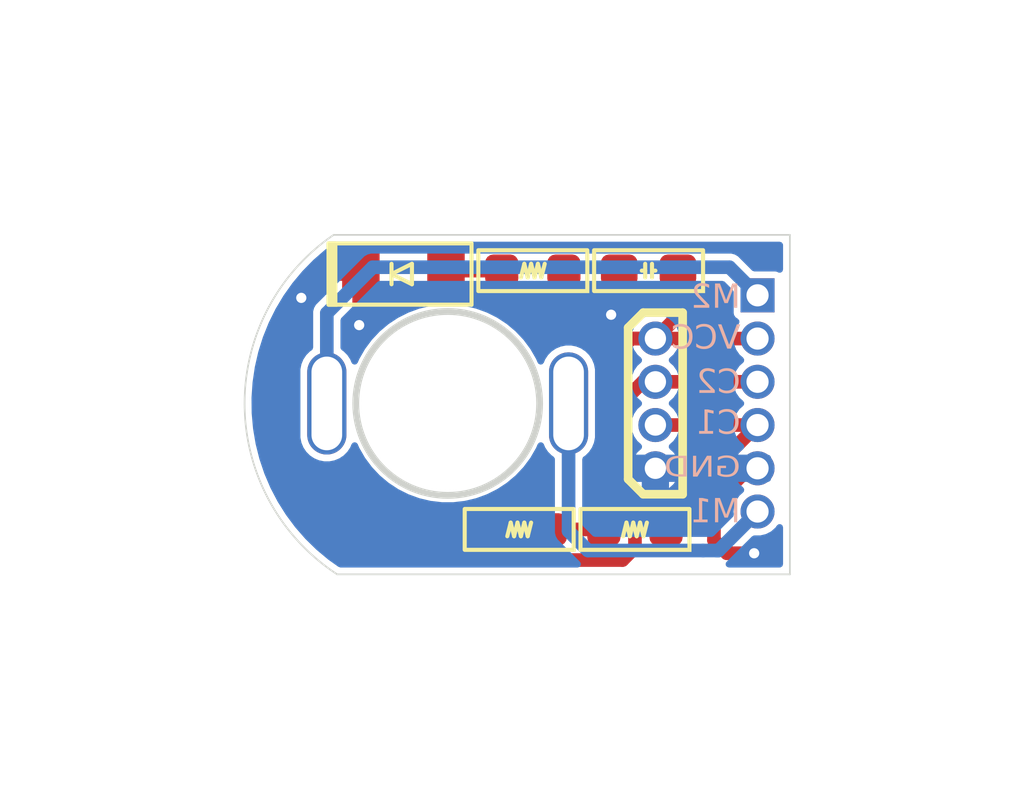
<source format=kicad_pcb>
(kicad_pcb (version 20240108) (generator "pcbnew") (generator_version "8.0")
  (layers (0 "F.Cu" signal) (31 "B.Cu" signal) (34 "B.Paste" user) (35 "F.Paste" user) (36 "B.SilkS" user "B.Silkscreen") (37 "F.SilkS" user "F.Silkscreen") (38 "B.Mask" user) (39 "F.Mask" user) (44 "Edge.Cuts" user))
  (net 0 "")
  (net 1 "VCC")
  (net 2 "GND")
  (net 3 "Net-(D101-A)")
  (net 4 "/C2")
  (net 5 "/C1")
  (net 6 "/M2")
  (net 7 "/M1")
  (footprint "Connector_PinHeader_1.27mm:PinHeader_1x06_P1.27mm_Vertical" (layer "F.Cu") (at 136.6 67.825)
    (property "Reference" "J101" (hide yes))
    (property "Value" "CONN")
    (pad "1" thru_hole rect (at 0 0) (size 1 1) (drill 0.65) (layers "*.Cu" "*.Mask") (net 6 "/M2"))
    (pad "2" thru_hole oval (at 0 1.27) (size 1 1) (drill 0.65) (layers "*.Cu" "*.Mask") (net 1 "VCC"))
    (pad "3" thru_hole oval (at 0 2.54) (size 1 1) (drill 0.65) (layers "*.Cu" "*.Mask") (net 4 "/C2"))
    (pad "4" thru_hole oval (at 0 3.81) (size 1 1) (drill 0.65) (layers "*.Cu" "*.Mask") (net 5 "/C1"))
    (pad "5" thru_hole oval (at 0 5.08) (size 1 1) (drill 0.65) (layers "*.Cu" "*.Mask") (net 2 "GND"))
    (pad "6" thru_hole oval (at 0 6.35) (size 1 1) (drill 0.65) (layers "*.Cu" "*.Mask") (net 7 "/M1"))
  )
  (footprint "Droid:R_0603_HandSolder" (layer "F.Cu") (at 130 67.1 180)
    (property "Reference" "R103" (hide yes))
    (property "Value" "120R" (hide yes))
    (fp_line (start 0.25 0.2) (end 0.35 -0.2) (stroke (width 0.12)) (layer "F.SilkS"))
    (fp_line (start 0.15 -0.199999) (end 0.25 0.2) (stroke (width 0.12)) (layer "F.SilkS"))
    (fp_line (start 0.05 0.2) (end 0.15 -0.199999) (stroke (width 0.12)) (layer "F.SilkS"))
    (fp_line (start -0.05 -0.2) (end 0.05 0.2) (stroke (width 0.12)) (layer "F.SilkS"))
    (fp_line (start -0.15 0.199999) (end -0.05 -0.2) (stroke (width 0.12)) (layer "F.SilkS"))
    (fp_line (start -0.25 -0.2) (end -0.15 0.199999) (stroke (width 0.12)) (layer "F.SilkS"))
    (fp_line (start -0.35 0.2) (end -0.25 -0.2) (stroke (width 0.12)) (layer "F.SilkS"))
    (fp_poly (pts (xy -1.6 -0.6) (xy 1.6 -0.6) (xy 1.6 0.6) (xy -1.6 0.6)) (stroke (width 0.12)) (fill none) (layer "F.SilkS"))
    (pad "1" smd roundrect (at -0.9125 0 180) (size 0.975 0.95) (layers "F.Cu" "F.Paste" "F.Mask") (net 1 "VCC"))
    (pad "2" smd roundrect (at 0.9125 0 180) (size 0.975 0.95) (layers "F.Cu" "F.Paste" "F.Mask") (net 3 "Net-(D101-A)"))
  )
  (footprint "Droid:C_0603_HandSolder" (layer "F.Cu") (at 133.4 67.1 180)
    (property "Reference" "C101" (hide yes))
    (property "Value" "0.1u" (hide yes))
    (fp_line (start 0.1 0) (end 0.199999 0) (stroke (width 0.12)) (layer "F.SilkS"))
    (fp_line (start 0.1 -0.2) (end 0.1 0.2) (stroke (width 0.12)) (layer "F.SilkS"))
    (fp_line (start -0.1 0.2) (end -0.1 -0.2) (stroke (width 0.12)) (layer "F.SilkS"))
    (fp_line (start -0.1 0) (end -0.199999 0) (stroke (width 0.12)) (layer "F.SilkS"))
    (fp_poly (pts (xy -1.6 -0.6) (xy 1.6 -0.6) (xy 1.6 0.6) (xy -1.6 0.6)) (stroke (width 0.12)) (fill none) (layer "F.SilkS"))
    (pad "1" smd roundrect (at -0.862501 0 180) (size 1.075 0.95) (layers "F.Cu" "F.Paste" "F.Mask") (net 1 "VCC"))
    (pad "2" smd roundrect (at 0.862501 0 180) (size 1.075 0.95) (layers "F.Cu" "F.Paste" "F.Mask") (net 2 "GND"))
  )
  (footprint "Droid:SIP-4_L5.3-W1.6-P1.27-L" (layer "F.Cu") (at 133.6 71 -90)
    (property "Reference" "U101" (hide yes))
    (property "Value" "~")
    (fp_line (start -2.2245 0.799999) (end 2.2245 0.799999) (stroke (width 0.254)) (layer "F.SilkS"))
    (fp_line (start -2.667 0.3575) (end -2.2245 0.799999) (stroke (width 0.254)) (layer "F.SilkS"))
    (fp_line (start 2.667 0.3575) (end 2.2245 0.799999) (stroke (width 0.254)) (layer "F.SilkS"))
    (fp_line (start -2.667 -0.8) (end -2.667 0.3575) (stroke (width 0.254)) (layer "F.SilkS"))
    (fp_line (start -2.667 -0.8) (end 2.667 -0.8) (stroke (width 0.254)) (layer "F.SilkS"))
    (fp_line (start 2.667 -0.8) (end 2.667 0.3575) (stroke (width 0.254)) (layer "F.SilkS"))
    (pad "1" thru_hole circle (at -1.904999 0 270) (size 1 1) (drill 0.625) (layers "*.Cu" "*.Mask") (net 1 "VCC"))
    (pad "2" thru_hole circle (at -0.635 0 270) (size 1 1) (drill 0.625) (layers "*.Cu" "*.Mask") (net 4 "/C2"))
    (pad "3" thru_hole circle (at 0.635 0 270) (size 1 1) (drill 0.625) (layers "*.Cu" "*.Mask") (net 5 "/C1"))
    (pad "4" thru_hole circle (at 1.904999 0 270) (size 1 1) (drill 0.625) (layers "*.Cu" "*.Mask") (net 2 "GND"))
  )
  (footprint "Droid:R_0603_HandSolder" (layer "F.Cu") (at 129.6 74.7 180)
    (property "Reference" "R101" (hide yes))
    (property "Value" "1k" (hide yes))
    (fp_line (start 0.25 0.2) (end 0.35 -0.2) (stroke (width 0.12)) (layer "F.SilkS"))
    (fp_line (start 0.15 -0.199999) (end 0.25 0.2) (stroke (width 0.12)) (layer "F.SilkS"))
    (fp_line (start 0.05 0.2) (end 0.15 -0.199999) (stroke (width 0.12)) (layer "F.SilkS"))
    (fp_line (start -0.05 -0.2) (end 0.05 0.2) (stroke (width 0.12)) (layer "F.SilkS"))
    (fp_line (start -0.15 0.199999) (end -0.05 -0.2) (stroke (width 0.12)) (layer "F.SilkS"))
    (fp_line (start -0.25 -0.2) (end -0.15 0.199999) (stroke (width 0.12)) (layer "F.SilkS"))
    (fp_line (start -0.35 0.2) (end -0.25 -0.2) (stroke (width 0.12)) (layer "F.SilkS"))
    (fp_poly (pts (xy -1.6 -0.6) (xy 1.6 -0.6) (xy 1.6 0.6) (xy -1.6 0.6)) (stroke (width 0.12)) (fill none) (layer "F.SilkS"))
    (pad "1" smd roundrect (at -0.9125 0 180) (size 0.975 0.95) (layers "F.Cu" "F.Paste" "F.Mask") (net 1 "VCC"))
    (pad "2" smd roundrect (at 0.9125 0 180) (size 0.975 0.95) (layers "F.Cu" "F.Paste" "F.Mask") (net 4 "/C2"))
  )
  (footprint "kikit:Tab" (layer "F.Cu") (at 129.5 76.5 90)
    (property "Reference" "REF**" (hide yes))
    (property "Value" "Tab")
  )
  (footprint "Droid:R_0603_HandSolder" (layer "F.Cu") (at 133 74.7)
    (property "Reference" "R102" (hide yes))
    (property "Value" "1k" (hide yes))
    (fp_line (start -0.35 0.2) (end -0.25 -0.2) (stroke (width 0.12)) (layer "F.SilkS"))
    (fp_line (start -0.25 -0.2) (end -0.15 0.199999) (stroke (width 0.12)) (layer "F.SilkS"))
    (fp_line (start -0.15 0.199999) (end -0.05 -0.2) (stroke (width 0.12)) (layer "F.SilkS"))
    (fp_line (start -0.05 -0.2) (end 0.05 0.2) (stroke (width 0.12)) (layer "F.SilkS"))
    (fp_line (start 0.05 0.2) (end 0.15 -0.199999) (stroke (width 0.12)) (layer "F.SilkS"))
    (fp_line (start 0.15 -0.199999) (end 0.25 0.2) (stroke (width 0.12)) (layer "F.SilkS"))
    (fp_line (start 0.25 0.2) (end 0.35 -0.2) (stroke (width 0.12)) (layer "F.SilkS"))
    (fp_poly (pts (xy -1.6 -0.6) (xy 1.6 -0.6) (xy 1.6 0.6) (xy -1.6 0.6)) (stroke (width 0.12)) (fill none) (layer "F.SilkS"))
    (pad "1" smd roundrect (at -0.9125 0) (size 0.975 0.95) (layers "F.Cu" "F.Paste" "F.Mask") (net 1 "VCC"))
    (pad "2" smd roundrect (at 0.9125 0) (size 0.975 0.95) (layers "F.Cu" "F.Paste" "F.Mask") (net 5 "/C1"))
  )
  (footprint "Droid:M_N20" (layer "F.Cu") (at 127.5 71)
    (property "Reference" "M101" (hide yes))
    (property "Value" "Motor_DC")
    (fp_circle (center 0 0) (end 2.7 0) (stroke (width 0.2)) (fill none) (layer "Edge.Cuts"))
    (pad "1" thru_hole oval (at -3.55 0) (size 1.15 3) (drill oval 0.9 2.75) (layers "*.Cu" "*.Mask") (net 6 "/M2"))
    (pad "2" thru_hole oval (at 3.55 0) (size 1.15 3) (drill oval 0.9 2.75) (layers "*.Cu" "*.Mask") (net 7 "/M1"))
  )
  (footprint "kikit:Tab" (layer "F.Cu") (at 138.1 71.2 180)
    (property "Reference" "REF**" (hide yes))
    (property "Value" "Tab")
  )
  (footprint "Droid:LED_0805_LiteOn" (layer "F.Cu") (at 126.2 67.2)
    (property "Reference" "D101" (hide yes))
    (property "Value" "RED")
    (fp_line (start -2.2 -0.9) (end 2 -0.900001) (stroke (width 0.12)) (layer "F.SilkS"))
    (fp_line (start -0.349999 0) (end 0.25 -0.3) (stroke (width 0.12)) (layer "F.SilkS"))
    (fp_line (start -0.349999 0.3) (end -0.349999 -0.3) (stroke (width 0.12)) (layer "F.SilkS"))
    (fp_line (start 0.25 -0.3) (end 0.25 0.3) (stroke (width 0.12)) (layer "F.SilkS"))
    (fp_line (start 0.25 0.3) (end -0.349999 0) (stroke (width 0.12)) (layer "F.SilkS"))
    (fp_line (start 2 -0.900001) (end 2 0.900001) (stroke (width 0.12)) (layer "F.SilkS"))
    (fp_line (start 2 0.900001) (end -2.2 0.9) (stroke (width 0.12)) (layer "F.SilkS"))
    (fp_poly (pts (xy -2.2 -0.9) (xy -2 -0.900001) (xy -2 0.900001) (xy -2.2 0.9)) (stroke (width 0.12)) (fill solid) (layer "F.SilkS"))
    (pad "1" smd rect (at -1.249999 0) (size 1.1 1.25) (layers "F.Cu" "F.Paste" "F.Mask") (net 2 "GND"))
    (pad "2" smd rect (at 1.249999 0) (size 1.1 1.25) (layers "F.Cu" "F.Paste" "F.Mask") (net 3 "Net-(D101-A)"))
  )
  (footprint "kikit:Tab" (layer "F.Cu") (at 129.5 65.5 -90)
    (property "Reference" "REF**" (hide yes))
    (property "Value" "Tab")
  )
  (footprint "kikit:Tab" (layer "F.Cu") (at 120.7 71.2)
    (property "Reference" "REF**" (hide yes))
    (property "Value" "Tab")
  )
  (gr_line (start 137.55 76.02) (end 137.55 66.05) (stroke (width 0.05)) (layer "Edge.Cuts"))
  (gr_arc (start 124.255068 76.019503) (mid 121.535454 71.062859) (end 124.15 66.05) (stroke (width 0.05)) (layer "Edge.Cuts"))
  (gr_line (start 124.255068 76.019503) (end 137.55 76.02) (stroke (width 0.05)) (layer "Edge.Cuts"))
  (gr_line (start 124.15 66.05) (end 137.55 66.05) (stroke (width 0.05)) (layer "Edge.Cuts"))
  (gr_text "M2" (at 136.1 67.9 0) (layer "B.SilkS") (effects (font (size 0.7 0.7) (thickness 0.1)) (justify left mirror)))
  (gr_text "C1" (at 136.1 71.6 0) (layer "B.SilkS") (effects (font (size 0.7 0.7) (thickness 0.1)) (justify left mirror)))
  (gr_text "M1" (at 136.1 74.2 0) (layer "B.SilkS") (effects (font (size 0.7 0.7) (thickness 0.1)) (justify left mirror)))
  (gr_text "VCC" (at 136.1 69.1 0) (layer "B.SilkS") (effects (font (size 0.7 0.7) (thickness 0.1)) (justify left mirror)))
  (gr_text "GND" (at 136.1 72.9 0) (layer "B.SilkS") (effects (font (size 0.6 0.7) (thickness 0.1)) (justify left mirror)))
  (gr_text "C2" (at 136.1 70.4 0) (layer "B.SilkS") (effects (font (size 0.7 0.7) (thickness 0.1)) (justify left mirror)))
  (segment (start 134.262501 68.4325) (end 133.6 69.095001) (width 0.4) (layer "F.Cu") (net 1))
  (segment (start 133.6 69.095001) (end 131.895001 69.095001) (width 0.4) (layer "F.Cu") (net 1))
  (segment (start 130.9125 68.1125) (end 130.9125 67.1) (width 0.4) (layer "F.Cu") (net 1))
  (segment (start 131.895001 69.095001) (end 130.9125 68.1125) (width 0.4) (layer "F.Cu") (net 1))
  (segment (start 132.0875 69.900395) (end 132.0875 74.7) (width 0.4) (layer "F.Cu") (net 1))
  (segment (start 136.6 69.095) (end 133.600001 69.095) (width 0.4) (layer "F.Cu") (net 1))
  (segment (start 133.600001 69.095) (end 133.6 69.095001) (width 0.4) (layer "F.Cu") (net 1))
  (segment (start 133.6 69.095001) (end 132.892894 69.095001) (width 0.4) (layer "F.Cu") (net 1))
  (segment (start 134.262501 67.1) (end 134.262501 68.4325) (width 0.4) (layer "F.Cu") (net 1))
  (segment (start 130.5125 74.7) (end 132.0875 74.7) (width 0.4) (layer "F.Cu") (net 1))
  (segment (start 132.892894 69.095001) (end 132.0875 69.900395) (width 0.4) (layer "F.Cu") (net 1))
  (segment (start 136.6 72.905) (end 136.346104 72.905) (width 0.4) (layer "F.Cu") (net 2))
  (segment (start 124.9 67.250001) (end 124.950001 67.2) (width 0.4) (layer "F.Cu") (net 2))
  (segment (start 123.9 67.2) (end 123.2 67.9) (width 0.4) (layer "F.Cu") (net 2))
  (segment (start 132.537499 67.1) (end 132.537499 68.157502) (width 0.4) (layer "F.Cu") (net 2))
  (segment (start 132.537499 68.157502) (end 132.3 68.395001) (width 0.4) (layer "F.Cu") (net 2))
  (segment (start 135.319917 73.931187) (end 135.319917 75.019917) (width 0.4) (layer "F.Cu") (net 2))
  (segment (start 135.7 75.4) (end 136.5 75.4) (width 0.4) (layer "F.Cu") (net 2))
  (segment (start 135.319917 75.019917) (end 135.7 75.4) (width 0.4) (layer "F.Cu") (net 2))
  (segment (start 136.346104 72.905) (end 135.319917 73.931187) (width 0.4) (layer "F.Cu") (net 2))
  (segment (start 124.9 68.7) (end 124.9 67.250001) (width 0.4) (layer "F.Cu") (net 2))
  (segment (start 124.950001 67.2) (end 123.9 67.2) (width 0.4) (layer "F.Cu") (net 2))
  (via (at 132.3 68.395001) (size 0.6) (drill 0.3) (layers "F.Cu" "B.Cu") (net 2))
  (via (at 123.2 67.9) (size 0.6) (drill 0.3) (layers "F.Cu" "B.Cu") (net 2))
  (via (at 136.5 75.4) (size 0.6) (drill 0.3) (layers "F.Cu" "B.Cu") (net 2))
  (via (at 124.9 68.7) (size 0.6) (drill 0.3) (layers "F.Cu" "B.Cu") (net 2))
  (segment (start 127.549999 67.1) (end 127.449999 67.2) (width 0.4) (layer "F.Cu") (net 3))
  (segment (start 129.0875 67.1) (end 127.549999 67.1) (width 0.4) (layer "F.Cu") (net 3))
  (segment (start 136.6 70.365) (end 133.6 70.365) (width 0.4) (layer "F.Cu") (net 4))
  (segment (start 132.633142 75.6) (end 133 75.233142) (width 0.4) (layer "F.Cu") (net 4))
  (segment (start 128.6875 74.7) (end 128.8 74.7) (width 0.4) (layer "F.Cu") (net 4))
  (segment (start 133 75.233142) (end 133 73.577792) (width 0.4) (layer "F.Cu") (net 4))
  (segment (start 132.7 70.9) (end 133.235 70.365) (width 0.4) (layer "F.Cu") (net 4))
  (segment (start 132.7 73.277792) (end 132.7 70.9) (width 0.4) (layer "F.Cu") (net 4))
  (segment (start 128.8 74.7) (end 129.7 75.6) (width 0.4) (layer "F.Cu") (net 4))
  (segment (start 129.7 75.6) (end 132.633142 75.6) (width 0.4) (layer "F.Cu") (net 4))
  (segment (start 133 73.577792) (end 132.7 73.277792) (width 0.4) (layer "F.Cu") (net 4))
  (segment (start 133.235 70.365) (end 133.6 70.365) (width 0.4) (layer "F.Cu") (net 4))
  (segment (start 136.597207 71.635) (end 136.6 71.635) (width 0.4) (layer "F.Cu") (net 5))
  (segment (start 133.9125 74.319707) (end 136.597207 71.635) (width 0.4) (layer "F.Cu") (net 5))
  (segment (start 133.9125 74.7) (end 133.9125 74.319707) (width 0.4) (layer "F.Cu") (net 5))
  (segment (start 136.6 71.635) (end 133.6 71.635) (width 0.4) (layer "F.Cu") (net 5))
  (segment (start 135.775 67) (end 125.3 67) (width 0.4) (layer "B.Cu") (net 6))
  (segment (start 125.3 67) (end 123.95 68.35) (width 0.4) (layer "B.Cu") (net 6))
  (segment (start 136.6 67.825) (end 135.775 67) (width 0.4) (layer "B.Cu") (net 6))
  (segment (start 123.95 68.35) (end 123.95 71) (width 0.4) (layer "B.Cu") (net 6))
  (segment (start 131.05 74.75) (end 131.05 71) (width 0.4) (layer "B.Cu") (net 7))
  (segment (start 135.400003 75.31992) (end 135.000003 75.319905) (width 0.4) (layer "B.Cu") (net 7))
  (segment (start 135.000003 75.319905) (end 131.619778 75.319778) (width 0.4) (layer "B.Cu") (net 7))
  (segment (start 136.6 74.175) (end 135.455078 75.319922) (width 0.4) (layer "B.Cu") (net 7))
  (segment (start 131.619778 75.319778) (end 131.05 74.75) (width 0.4) (layer "B.Cu") (net 7))
  (segment (start 135.455078 75.319922) (end 135.400003 75.31992) (width 0.4) (layer "B.Cu") (net 7))
  (zone (net 2) (net_name "GND") (layer "B.Cu") (connect_pads (clearance 0.2)) (min_thickness 0.2) (fill yes (thermal_gap 0.2) (thermal_bridge_width 0.8))
    (polygon (pts (xy 137.7 66) (xy 137.7 76.1) (xy 121.1 76.1) (xy 121.1 66)))
  )
)
</source>
